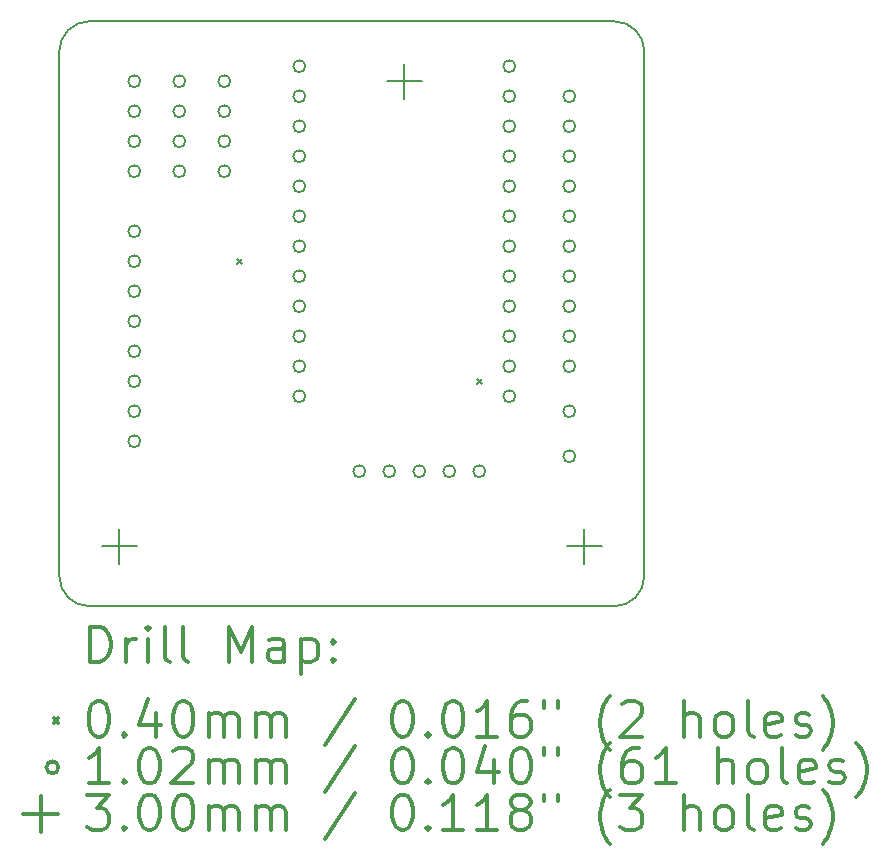
<source format=gbr>
%FSLAX45Y45*%
G04 Gerber Fmt 4.5, Leading zero omitted, Abs format (unit mm)*
G04 Created by KiCad (PCBNEW 4.0.2-stable) date 12.07.2016 21:11:05*
%MOMM*%
G01*
G04 APERTURE LIST*
%ADD10C,0.127000*%
%ADD11C,0.150000*%
%ADD12C,0.200000*%
%ADD13C,0.300000*%
G04 APERTURE END LIST*
D10*
D11*
X16002000Y-11176000D02*
G75*
G03X16256000Y-10922000I0J254000D01*
G01*
X11303000Y-10922000D02*
G75*
G03X11557000Y-11176000I254000J0D01*
G01*
X11557000Y-6223000D02*
G75*
G03X11303000Y-6477000I0J-254000D01*
G01*
X16256000Y-6477000D02*
G75*
G03X16002000Y-6223000I-254000J0D01*
G01*
X16256000Y-10922000D02*
X16256000Y-6477000D01*
X11557000Y-11176000D02*
X16002000Y-11176000D01*
X11303000Y-6477000D02*
X11303000Y-10922000D01*
X11557000Y-6223000D02*
X16002000Y-6223000D01*
D12*
X12807000Y-8235000D02*
X12847000Y-8275000D01*
X12847000Y-8235000D02*
X12807000Y-8275000D01*
X14839000Y-9251000D02*
X14879000Y-9291000D01*
X14879000Y-9251000D02*
X14839000Y-9291000D01*
X11988800Y-6731000D02*
G75*
G03X11988800Y-6731000I-50800J0D01*
G01*
X11988800Y-6985000D02*
G75*
G03X11988800Y-6985000I-50800J0D01*
G01*
X11988800Y-7239000D02*
G75*
G03X11988800Y-7239000I-50800J0D01*
G01*
X11988800Y-7493000D02*
G75*
G03X11988800Y-7493000I-50800J0D01*
G01*
X11988800Y-8001000D02*
G75*
G03X11988800Y-8001000I-50800J0D01*
G01*
X11988800Y-8255000D02*
G75*
G03X11988800Y-8255000I-50800J0D01*
G01*
X11988800Y-8509000D02*
G75*
G03X11988800Y-8509000I-50800J0D01*
G01*
X11988800Y-8763000D02*
G75*
G03X11988800Y-8763000I-50800J0D01*
G01*
X11988800Y-9017000D02*
G75*
G03X11988800Y-9017000I-50800J0D01*
G01*
X11988800Y-9271000D02*
G75*
G03X11988800Y-9271000I-50800J0D01*
G01*
X11988800Y-9525000D02*
G75*
G03X11988800Y-9525000I-50800J0D01*
G01*
X11988800Y-9779000D02*
G75*
G03X11988800Y-9779000I-50800J0D01*
G01*
X12369800Y-6731000D02*
G75*
G03X12369800Y-6731000I-50800J0D01*
G01*
X12369800Y-6985000D02*
G75*
G03X12369800Y-6985000I-50800J0D01*
G01*
X12369800Y-7239000D02*
G75*
G03X12369800Y-7239000I-50800J0D01*
G01*
X12369800Y-7493000D02*
G75*
G03X12369800Y-7493000I-50800J0D01*
G01*
X12750800Y-6731000D02*
G75*
G03X12750800Y-6731000I-50800J0D01*
G01*
X12750800Y-6985000D02*
G75*
G03X12750800Y-6985000I-50800J0D01*
G01*
X12750800Y-7239000D02*
G75*
G03X12750800Y-7239000I-50800J0D01*
G01*
X12750800Y-7493000D02*
G75*
G03X12750800Y-7493000I-50800J0D01*
G01*
X13385800Y-6604000D02*
G75*
G03X13385800Y-6604000I-50800J0D01*
G01*
X13385800Y-6858000D02*
G75*
G03X13385800Y-6858000I-50800J0D01*
G01*
X13385800Y-7112000D02*
G75*
G03X13385800Y-7112000I-50800J0D01*
G01*
X13385800Y-7366000D02*
G75*
G03X13385800Y-7366000I-50800J0D01*
G01*
X13385800Y-7620000D02*
G75*
G03X13385800Y-7620000I-50800J0D01*
G01*
X13385800Y-7874000D02*
G75*
G03X13385800Y-7874000I-50800J0D01*
G01*
X13385800Y-8128000D02*
G75*
G03X13385800Y-8128000I-50800J0D01*
G01*
X13385800Y-8382000D02*
G75*
G03X13385800Y-8382000I-50800J0D01*
G01*
X13385800Y-8636000D02*
G75*
G03X13385800Y-8636000I-50800J0D01*
G01*
X13385800Y-8890000D02*
G75*
G03X13385800Y-8890000I-50800J0D01*
G01*
X13385800Y-9144000D02*
G75*
G03X13385800Y-9144000I-50800J0D01*
G01*
X13385800Y-9398000D02*
G75*
G03X13385800Y-9398000I-50800J0D01*
G01*
X13893800Y-10033000D02*
G75*
G03X13893800Y-10033000I-50800J0D01*
G01*
X14147800Y-10033000D02*
G75*
G03X14147800Y-10033000I-50800J0D01*
G01*
X14401800Y-10033000D02*
G75*
G03X14401800Y-10033000I-50800J0D01*
G01*
X14655800Y-10033000D02*
G75*
G03X14655800Y-10033000I-50800J0D01*
G01*
X14909800Y-10033000D02*
G75*
G03X14909800Y-10033000I-50800J0D01*
G01*
X15163800Y-6604000D02*
G75*
G03X15163800Y-6604000I-50800J0D01*
G01*
X15163800Y-6858000D02*
G75*
G03X15163800Y-6858000I-50800J0D01*
G01*
X15163800Y-7112000D02*
G75*
G03X15163800Y-7112000I-50800J0D01*
G01*
X15163800Y-7366000D02*
G75*
G03X15163800Y-7366000I-50800J0D01*
G01*
X15163800Y-7620000D02*
G75*
G03X15163800Y-7620000I-50800J0D01*
G01*
X15163800Y-7874000D02*
G75*
G03X15163800Y-7874000I-50800J0D01*
G01*
X15163800Y-8128000D02*
G75*
G03X15163800Y-8128000I-50800J0D01*
G01*
X15163800Y-8382000D02*
G75*
G03X15163800Y-8382000I-50800J0D01*
G01*
X15163800Y-8636000D02*
G75*
G03X15163800Y-8636000I-50800J0D01*
G01*
X15163800Y-8890000D02*
G75*
G03X15163800Y-8890000I-50800J0D01*
G01*
X15163800Y-9144000D02*
G75*
G03X15163800Y-9144000I-50800J0D01*
G01*
X15163800Y-9398000D02*
G75*
G03X15163800Y-9398000I-50800J0D01*
G01*
X15671800Y-6858000D02*
G75*
G03X15671800Y-6858000I-50800J0D01*
G01*
X15671800Y-7112000D02*
G75*
G03X15671800Y-7112000I-50800J0D01*
G01*
X15671800Y-7366000D02*
G75*
G03X15671800Y-7366000I-50800J0D01*
G01*
X15671800Y-7620000D02*
G75*
G03X15671800Y-7620000I-50800J0D01*
G01*
X15671800Y-7874000D02*
G75*
G03X15671800Y-7874000I-50800J0D01*
G01*
X15671800Y-8128000D02*
G75*
G03X15671800Y-8128000I-50800J0D01*
G01*
X15671800Y-8382000D02*
G75*
G03X15671800Y-8382000I-50800J0D01*
G01*
X15671800Y-8636000D02*
G75*
G03X15671800Y-8636000I-50800J0D01*
G01*
X15671800Y-8890000D02*
G75*
G03X15671800Y-8890000I-50800J0D01*
G01*
X15671800Y-9144000D02*
G75*
G03X15671800Y-9144000I-50800J0D01*
G01*
X15671800Y-9525000D02*
G75*
G03X15671800Y-9525000I-50800J0D01*
G01*
X15671800Y-9906000D02*
G75*
G03X15671800Y-9906000I-50800J0D01*
G01*
X11811000Y-10518000D02*
X11811000Y-10818000D01*
X11661000Y-10668000D02*
X11961000Y-10668000D01*
X14224000Y-6581000D02*
X14224000Y-6881000D01*
X14074000Y-6731000D02*
X14374000Y-6731000D01*
X15748000Y-10518000D02*
X15748000Y-10818000D01*
X15598000Y-10668000D02*
X15898000Y-10668000D01*
D13*
X11566928Y-11649214D02*
X11566928Y-11349214D01*
X11638357Y-11349214D01*
X11681214Y-11363500D01*
X11709786Y-11392071D01*
X11724071Y-11420643D01*
X11738357Y-11477786D01*
X11738357Y-11520643D01*
X11724071Y-11577786D01*
X11709786Y-11606357D01*
X11681214Y-11634929D01*
X11638357Y-11649214D01*
X11566928Y-11649214D01*
X11866928Y-11649214D02*
X11866928Y-11449214D01*
X11866928Y-11506357D02*
X11881214Y-11477786D01*
X11895500Y-11463500D01*
X11924071Y-11449214D01*
X11952643Y-11449214D01*
X12052643Y-11649214D02*
X12052643Y-11449214D01*
X12052643Y-11349214D02*
X12038357Y-11363500D01*
X12052643Y-11377786D01*
X12066928Y-11363500D01*
X12052643Y-11349214D01*
X12052643Y-11377786D01*
X12238357Y-11649214D02*
X12209786Y-11634929D01*
X12195500Y-11606357D01*
X12195500Y-11349214D01*
X12395500Y-11649214D02*
X12366928Y-11634929D01*
X12352643Y-11606357D01*
X12352643Y-11349214D01*
X12738357Y-11649214D02*
X12738357Y-11349214D01*
X12838357Y-11563500D01*
X12938357Y-11349214D01*
X12938357Y-11649214D01*
X13209786Y-11649214D02*
X13209786Y-11492071D01*
X13195500Y-11463500D01*
X13166928Y-11449214D01*
X13109786Y-11449214D01*
X13081214Y-11463500D01*
X13209786Y-11634929D02*
X13181214Y-11649214D01*
X13109786Y-11649214D01*
X13081214Y-11634929D01*
X13066928Y-11606357D01*
X13066928Y-11577786D01*
X13081214Y-11549214D01*
X13109786Y-11534929D01*
X13181214Y-11534929D01*
X13209786Y-11520643D01*
X13352643Y-11449214D02*
X13352643Y-11749214D01*
X13352643Y-11463500D02*
X13381214Y-11449214D01*
X13438357Y-11449214D01*
X13466928Y-11463500D01*
X13481214Y-11477786D01*
X13495500Y-11506357D01*
X13495500Y-11592071D01*
X13481214Y-11620643D01*
X13466928Y-11634929D01*
X13438357Y-11649214D01*
X13381214Y-11649214D01*
X13352643Y-11634929D01*
X13624071Y-11620643D02*
X13638357Y-11634929D01*
X13624071Y-11649214D01*
X13609786Y-11634929D01*
X13624071Y-11620643D01*
X13624071Y-11649214D01*
X13624071Y-11463500D02*
X13638357Y-11477786D01*
X13624071Y-11492071D01*
X13609786Y-11477786D01*
X13624071Y-11463500D01*
X13624071Y-11492071D01*
X11255500Y-12123500D02*
X11295500Y-12163500D01*
X11295500Y-12123500D02*
X11255500Y-12163500D01*
X11624071Y-11979214D02*
X11652643Y-11979214D01*
X11681214Y-11993500D01*
X11695500Y-12007786D01*
X11709786Y-12036357D01*
X11724071Y-12093500D01*
X11724071Y-12164929D01*
X11709786Y-12222071D01*
X11695500Y-12250643D01*
X11681214Y-12264929D01*
X11652643Y-12279214D01*
X11624071Y-12279214D01*
X11595500Y-12264929D01*
X11581214Y-12250643D01*
X11566928Y-12222071D01*
X11552643Y-12164929D01*
X11552643Y-12093500D01*
X11566928Y-12036357D01*
X11581214Y-12007786D01*
X11595500Y-11993500D01*
X11624071Y-11979214D01*
X11852643Y-12250643D02*
X11866928Y-12264929D01*
X11852643Y-12279214D01*
X11838357Y-12264929D01*
X11852643Y-12250643D01*
X11852643Y-12279214D01*
X12124071Y-12079214D02*
X12124071Y-12279214D01*
X12052643Y-11964929D02*
X11981214Y-12179214D01*
X12166928Y-12179214D01*
X12338357Y-11979214D02*
X12366928Y-11979214D01*
X12395500Y-11993500D01*
X12409786Y-12007786D01*
X12424071Y-12036357D01*
X12438357Y-12093500D01*
X12438357Y-12164929D01*
X12424071Y-12222071D01*
X12409786Y-12250643D01*
X12395500Y-12264929D01*
X12366928Y-12279214D01*
X12338357Y-12279214D01*
X12309786Y-12264929D01*
X12295500Y-12250643D01*
X12281214Y-12222071D01*
X12266928Y-12164929D01*
X12266928Y-12093500D01*
X12281214Y-12036357D01*
X12295500Y-12007786D01*
X12309786Y-11993500D01*
X12338357Y-11979214D01*
X12566928Y-12279214D02*
X12566928Y-12079214D01*
X12566928Y-12107786D02*
X12581214Y-12093500D01*
X12609786Y-12079214D01*
X12652643Y-12079214D01*
X12681214Y-12093500D01*
X12695500Y-12122071D01*
X12695500Y-12279214D01*
X12695500Y-12122071D02*
X12709786Y-12093500D01*
X12738357Y-12079214D01*
X12781214Y-12079214D01*
X12809786Y-12093500D01*
X12824071Y-12122071D01*
X12824071Y-12279214D01*
X12966928Y-12279214D02*
X12966928Y-12079214D01*
X12966928Y-12107786D02*
X12981214Y-12093500D01*
X13009786Y-12079214D01*
X13052643Y-12079214D01*
X13081214Y-12093500D01*
X13095500Y-12122071D01*
X13095500Y-12279214D01*
X13095500Y-12122071D02*
X13109786Y-12093500D01*
X13138357Y-12079214D01*
X13181214Y-12079214D01*
X13209786Y-12093500D01*
X13224071Y-12122071D01*
X13224071Y-12279214D01*
X13809786Y-11964929D02*
X13552643Y-12350643D01*
X14195500Y-11979214D02*
X14224071Y-11979214D01*
X14252643Y-11993500D01*
X14266928Y-12007786D01*
X14281214Y-12036357D01*
X14295500Y-12093500D01*
X14295500Y-12164929D01*
X14281214Y-12222071D01*
X14266928Y-12250643D01*
X14252643Y-12264929D01*
X14224071Y-12279214D01*
X14195500Y-12279214D01*
X14166928Y-12264929D01*
X14152643Y-12250643D01*
X14138357Y-12222071D01*
X14124071Y-12164929D01*
X14124071Y-12093500D01*
X14138357Y-12036357D01*
X14152643Y-12007786D01*
X14166928Y-11993500D01*
X14195500Y-11979214D01*
X14424071Y-12250643D02*
X14438357Y-12264929D01*
X14424071Y-12279214D01*
X14409786Y-12264929D01*
X14424071Y-12250643D01*
X14424071Y-12279214D01*
X14624071Y-11979214D02*
X14652643Y-11979214D01*
X14681214Y-11993500D01*
X14695500Y-12007786D01*
X14709785Y-12036357D01*
X14724071Y-12093500D01*
X14724071Y-12164929D01*
X14709785Y-12222071D01*
X14695500Y-12250643D01*
X14681214Y-12264929D01*
X14652643Y-12279214D01*
X14624071Y-12279214D01*
X14595500Y-12264929D01*
X14581214Y-12250643D01*
X14566928Y-12222071D01*
X14552643Y-12164929D01*
X14552643Y-12093500D01*
X14566928Y-12036357D01*
X14581214Y-12007786D01*
X14595500Y-11993500D01*
X14624071Y-11979214D01*
X15009785Y-12279214D02*
X14838357Y-12279214D01*
X14924071Y-12279214D02*
X14924071Y-11979214D01*
X14895500Y-12022071D01*
X14866928Y-12050643D01*
X14838357Y-12064929D01*
X15266928Y-11979214D02*
X15209785Y-11979214D01*
X15181214Y-11993500D01*
X15166928Y-12007786D01*
X15138357Y-12050643D01*
X15124071Y-12107786D01*
X15124071Y-12222071D01*
X15138357Y-12250643D01*
X15152643Y-12264929D01*
X15181214Y-12279214D01*
X15238357Y-12279214D01*
X15266928Y-12264929D01*
X15281214Y-12250643D01*
X15295500Y-12222071D01*
X15295500Y-12150643D01*
X15281214Y-12122071D01*
X15266928Y-12107786D01*
X15238357Y-12093500D01*
X15181214Y-12093500D01*
X15152643Y-12107786D01*
X15138357Y-12122071D01*
X15124071Y-12150643D01*
X15409786Y-11979214D02*
X15409786Y-12036357D01*
X15524071Y-11979214D02*
X15524071Y-12036357D01*
X15966928Y-12393500D02*
X15952643Y-12379214D01*
X15924071Y-12336357D01*
X15909785Y-12307786D01*
X15895500Y-12264929D01*
X15881214Y-12193500D01*
X15881214Y-12136357D01*
X15895500Y-12064929D01*
X15909785Y-12022071D01*
X15924071Y-11993500D01*
X15952643Y-11950643D01*
X15966928Y-11936357D01*
X16066928Y-12007786D02*
X16081214Y-11993500D01*
X16109785Y-11979214D01*
X16181214Y-11979214D01*
X16209785Y-11993500D01*
X16224071Y-12007786D01*
X16238357Y-12036357D01*
X16238357Y-12064929D01*
X16224071Y-12107786D01*
X16052643Y-12279214D01*
X16238357Y-12279214D01*
X16595500Y-12279214D02*
X16595500Y-11979214D01*
X16724071Y-12279214D02*
X16724071Y-12122071D01*
X16709785Y-12093500D01*
X16681214Y-12079214D01*
X16638357Y-12079214D01*
X16609785Y-12093500D01*
X16595500Y-12107786D01*
X16909786Y-12279214D02*
X16881214Y-12264929D01*
X16866928Y-12250643D01*
X16852643Y-12222071D01*
X16852643Y-12136357D01*
X16866928Y-12107786D01*
X16881214Y-12093500D01*
X16909786Y-12079214D01*
X16952643Y-12079214D01*
X16981214Y-12093500D01*
X16995500Y-12107786D01*
X17009786Y-12136357D01*
X17009786Y-12222071D01*
X16995500Y-12250643D01*
X16981214Y-12264929D01*
X16952643Y-12279214D01*
X16909786Y-12279214D01*
X17181214Y-12279214D02*
X17152643Y-12264929D01*
X17138357Y-12236357D01*
X17138357Y-11979214D01*
X17409786Y-12264929D02*
X17381214Y-12279214D01*
X17324071Y-12279214D01*
X17295500Y-12264929D01*
X17281214Y-12236357D01*
X17281214Y-12122071D01*
X17295500Y-12093500D01*
X17324071Y-12079214D01*
X17381214Y-12079214D01*
X17409786Y-12093500D01*
X17424071Y-12122071D01*
X17424071Y-12150643D01*
X17281214Y-12179214D01*
X17538357Y-12264929D02*
X17566929Y-12279214D01*
X17624071Y-12279214D01*
X17652643Y-12264929D01*
X17666929Y-12236357D01*
X17666929Y-12222071D01*
X17652643Y-12193500D01*
X17624071Y-12179214D01*
X17581214Y-12179214D01*
X17552643Y-12164929D01*
X17538357Y-12136357D01*
X17538357Y-12122071D01*
X17552643Y-12093500D01*
X17581214Y-12079214D01*
X17624071Y-12079214D01*
X17652643Y-12093500D01*
X17766928Y-12393500D02*
X17781214Y-12379214D01*
X17809786Y-12336357D01*
X17824071Y-12307786D01*
X17838357Y-12264929D01*
X17852643Y-12193500D01*
X17852643Y-12136357D01*
X17838357Y-12064929D01*
X17824071Y-12022071D01*
X17809786Y-11993500D01*
X17781214Y-11950643D01*
X17766928Y-11936357D01*
X11295500Y-12539500D02*
G75*
G03X11295500Y-12539500I-50800J0D01*
G01*
X11724071Y-12675214D02*
X11552643Y-12675214D01*
X11638357Y-12675214D02*
X11638357Y-12375214D01*
X11609786Y-12418071D01*
X11581214Y-12446643D01*
X11552643Y-12460929D01*
X11852643Y-12646643D02*
X11866928Y-12660929D01*
X11852643Y-12675214D01*
X11838357Y-12660929D01*
X11852643Y-12646643D01*
X11852643Y-12675214D01*
X12052643Y-12375214D02*
X12081214Y-12375214D01*
X12109786Y-12389500D01*
X12124071Y-12403786D01*
X12138357Y-12432357D01*
X12152643Y-12489500D01*
X12152643Y-12560929D01*
X12138357Y-12618071D01*
X12124071Y-12646643D01*
X12109786Y-12660929D01*
X12081214Y-12675214D01*
X12052643Y-12675214D01*
X12024071Y-12660929D01*
X12009786Y-12646643D01*
X11995500Y-12618071D01*
X11981214Y-12560929D01*
X11981214Y-12489500D01*
X11995500Y-12432357D01*
X12009786Y-12403786D01*
X12024071Y-12389500D01*
X12052643Y-12375214D01*
X12266928Y-12403786D02*
X12281214Y-12389500D01*
X12309786Y-12375214D01*
X12381214Y-12375214D01*
X12409786Y-12389500D01*
X12424071Y-12403786D01*
X12438357Y-12432357D01*
X12438357Y-12460929D01*
X12424071Y-12503786D01*
X12252643Y-12675214D01*
X12438357Y-12675214D01*
X12566928Y-12675214D02*
X12566928Y-12475214D01*
X12566928Y-12503786D02*
X12581214Y-12489500D01*
X12609786Y-12475214D01*
X12652643Y-12475214D01*
X12681214Y-12489500D01*
X12695500Y-12518071D01*
X12695500Y-12675214D01*
X12695500Y-12518071D02*
X12709786Y-12489500D01*
X12738357Y-12475214D01*
X12781214Y-12475214D01*
X12809786Y-12489500D01*
X12824071Y-12518071D01*
X12824071Y-12675214D01*
X12966928Y-12675214D02*
X12966928Y-12475214D01*
X12966928Y-12503786D02*
X12981214Y-12489500D01*
X13009786Y-12475214D01*
X13052643Y-12475214D01*
X13081214Y-12489500D01*
X13095500Y-12518071D01*
X13095500Y-12675214D01*
X13095500Y-12518071D02*
X13109786Y-12489500D01*
X13138357Y-12475214D01*
X13181214Y-12475214D01*
X13209786Y-12489500D01*
X13224071Y-12518071D01*
X13224071Y-12675214D01*
X13809786Y-12360929D02*
X13552643Y-12746643D01*
X14195500Y-12375214D02*
X14224071Y-12375214D01*
X14252643Y-12389500D01*
X14266928Y-12403786D01*
X14281214Y-12432357D01*
X14295500Y-12489500D01*
X14295500Y-12560929D01*
X14281214Y-12618071D01*
X14266928Y-12646643D01*
X14252643Y-12660929D01*
X14224071Y-12675214D01*
X14195500Y-12675214D01*
X14166928Y-12660929D01*
X14152643Y-12646643D01*
X14138357Y-12618071D01*
X14124071Y-12560929D01*
X14124071Y-12489500D01*
X14138357Y-12432357D01*
X14152643Y-12403786D01*
X14166928Y-12389500D01*
X14195500Y-12375214D01*
X14424071Y-12646643D02*
X14438357Y-12660929D01*
X14424071Y-12675214D01*
X14409786Y-12660929D01*
X14424071Y-12646643D01*
X14424071Y-12675214D01*
X14624071Y-12375214D02*
X14652643Y-12375214D01*
X14681214Y-12389500D01*
X14695500Y-12403786D01*
X14709785Y-12432357D01*
X14724071Y-12489500D01*
X14724071Y-12560929D01*
X14709785Y-12618071D01*
X14695500Y-12646643D01*
X14681214Y-12660929D01*
X14652643Y-12675214D01*
X14624071Y-12675214D01*
X14595500Y-12660929D01*
X14581214Y-12646643D01*
X14566928Y-12618071D01*
X14552643Y-12560929D01*
X14552643Y-12489500D01*
X14566928Y-12432357D01*
X14581214Y-12403786D01*
X14595500Y-12389500D01*
X14624071Y-12375214D01*
X14981214Y-12475214D02*
X14981214Y-12675214D01*
X14909785Y-12360929D02*
X14838357Y-12575214D01*
X15024071Y-12575214D01*
X15195500Y-12375214D02*
X15224071Y-12375214D01*
X15252643Y-12389500D01*
X15266928Y-12403786D01*
X15281214Y-12432357D01*
X15295500Y-12489500D01*
X15295500Y-12560929D01*
X15281214Y-12618071D01*
X15266928Y-12646643D01*
X15252643Y-12660929D01*
X15224071Y-12675214D01*
X15195500Y-12675214D01*
X15166928Y-12660929D01*
X15152643Y-12646643D01*
X15138357Y-12618071D01*
X15124071Y-12560929D01*
X15124071Y-12489500D01*
X15138357Y-12432357D01*
X15152643Y-12403786D01*
X15166928Y-12389500D01*
X15195500Y-12375214D01*
X15409786Y-12375214D02*
X15409786Y-12432357D01*
X15524071Y-12375214D02*
X15524071Y-12432357D01*
X15966928Y-12789500D02*
X15952643Y-12775214D01*
X15924071Y-12732357D01*
X15909785Y-12703786D01*
X15895500Y-12660929D01*
X15881214Y-12589500D01*
X15881214Y-12532357D01*
X15895500Y-12460929D01*
X15909785Y-12418071D01*
X15924071Y-12389500D01*
X15952643Y-12346643D01*
X15966928Y-12332357D01*
X16209785Y-12375214D02*
X16152643Y-12375214D01*
X16124071Y-12389500D01*
X16109785Y-12403786D01*
X16081214Y-12446643D01*
X16066928Y-12503786D01*
X16066928Y-12618071D01*
X16081214Y-12646643D01*
X16095500Y-12660929D01*
X16124071Y-12675214D01*
X16181214Y-12675214D01*
X16209785Y-12660929D01*
X16224071Y-12646643D01*
X16238357Y-12618071D01*
X16238357Y-12546643D01*
X16224071Y-12518071D01*
X16209785Y-12503786D01*
X16181214Y-12489500D01*
X16124071Y-12489500D01*
X16095500Y-12503786D01*
X16081214Y-12518071D01*
X16066928Y-12546643D01*
X16524071Y-12675214D02*
X16352643Y-12675214D01*
X16438357Y-12675214D02*
X16438357Y-12375214D01*
X16409785Y-12418071D01*
X16381214Y-12446643D01*
X16352643Y-12460929D01*
X16881214Y-12675214D02*
X16881214Y-12375214D01*
X17009786Y-12675214D02*
X17009786Y-12518071D01*
X16995500Y-12489500D01*
X16966928Y-12475214D01*
X16924071Y-12475214D01*
X16895500Y-12489500D01*
X16881214Y-12503786D01*
X17195500Y-12675214D02*
X17166928Y-12660929D01*
X17152643Y-12646643D01*
X17138357Y-12618071D01*
X17138357Y-12532357D01*
X17152643Y-12503786D01*
X17166928Y-12489500D01*
X17195500Y-12475214D01*
X17238357Y-12475214D01*
X17266928Y-12489500D01*
X17281214Y-12503786D01*
X17295500Y-12532357D01*
X17295500Y-12618071D01*
X17281214Y-12646643D01*
X17266928Y-12660929D01*
X17238357Y-12675214D01*
X17195500Y-12675214D01*
X17466928Y-12675214D02*
X17438357Y-12660929D01*
X17424071Y-12632357D01*
X17424071Y-12375214D01*
X17695500Y-12660929D02*
X17666929Y-12675214D01*
X17609786Y-12675214D01*
X17581214Y-12660929D01*
X17566929Y-12632357D01*
X17566929Y-12518071D01*
X17581214Y-12489500D01*
X17609786Y-12475214D01*
X17666929Y-12475214D01*
X17695500Y-12489500D01*
X17709786Y-12518071D01*
X17709786Y-12546643D01*
X17566929Y-12575214D01*
X17824071Y-12660929D02*
X17852643Y-12675214D01*
X17909786Y-12675214D01*
X17938357Y-12660929D01*
X17952643Y-12632357D01*
X17952643Y-12618071D01*
X17938357Y-12589500D01*
X17909786Y-12575214D01*
X17866929Y-12575214D01*
X17838357Y-12560929D01*
X17824071Y-12532357D01*
X17824071Y-12518071D01*
X17838357Y-12489500D01*
X17866929Y-12475214D01*
X17909786Y-12475214D01*
X17938357Y-12489500D01*
X18052643Y-12789500D02*
X18066929Y-12775214D01*
X18095500Y-12732357D01*
X18109786Y-12703786D01*
X18124071Y-12660929D01*
X18138357Y-12589500D01*
X18138357Y-12532357D01*
X18124071Y-12460929D01*
X18109786Y-12418071D01*
X18095500Y-12389500D01*
X18066929Y-12346643D01*
X18052643Y-12332357D01*
X11145500Y-12785500D02*
X11145500Y-13085500D01*
X10995500Y-12935500D02*
X11295500Y-12935500D01*
X11538357Y-12771214D02*
X11724071Y-12771214D01*
X11624071Y-12885500D01*
X11666928Y-12885500D01*
X11695500Y-12899786D01*
X11709786Y-12914071D01*
X11724071Y-12942643D01*
X11724071Y-13014071D01*
X11709786Y-13042643D01*
X11695500Y-13056929D01*
X11666928Y-13071214D01*
X11581214Y-13071214D01*
X11552643Y-13056929D01*
X11538357Y-13042643D01*
X11852643Y-13042643D02*
X11866928Y-13056929D01*
X11852643Y-13071214D01*
X11838357Y-13056929D01*
X11852643Y-13042643D01*
X11852643Y-13071214D01*
X12052643Y-12771214D02*
X12081214Y-12771214D01*
X12109786Y-12785500D01*
X12124071Y-12799786D01*
X12138357Y-12828357D01*
X12152643Y-12885500D01*
X12152643Y-12956929D01*
X12138357Y-13014071D01*
X12124071Y-13042643D01*
X12109786Y-13056929D01*
X12081214Y-13071214D01*
X12052643Y-13071214D01*
X12024071Y-13056929D01*
X12009786Y-13042643D01*
X11995500Y-13014071D01*
X11981214Y-12956929D01*
X11981214Y-12885500D01*
X11995500Y-12828357D01*
X12009786Y-12799786D01*
X12024071Y-12785500D01*
X12052643Y-12771214D01*
X12338357Y-12771214D02*
X12366928Y-12771214D01*
X12395500Y-12785500D01*
X12409786Y-12799786D01*
X12424071Y-12828357D01*
X12438357Y-12885500D01*
X12438357Y-12956929D01*
X12424071Y-13014071D01*
X12409786Y-13042643D01*
X12395500Y-13056929D01*
X12366928Y-13071214D01*
X12338357Y-13071214D01*
X12309786Y-13056929D01*
X12295500Y-13042643D01*
X12281214Y-13014071D01*
X12266928Y-12956929D01*
X12266928Y-12885500D01*
X12281214Y-12828357D01*
X12295500Y-12799786D01*
X12309786Y-12785500D01*
X12338357Y-12771214D01*
X12566928Y-13071214D02*
X12566928Y-12871214D01*
X12566928Y-12899786D02*
X12581214Y-12885500D01*
X12609786Y-12871214D01*
X12652643Y-12871214D01*
X12681214Y-12885500D01*
X12695500Y-12914071D01*
X12695500Y-13071214D01*
X12695500Y-12914071D02*
X12709786Y-12885500D01*
X12738357Y-12871214D01*
X12781214Y-12871214D01*
X12809786Y-12885500D01*
X12824071Y-12914071D01*
X12824071Y-13071214D01*
X12966928Y-13071214D02*
X12966928Y-12871214D01*
X12966928Y-12899786D02*
X12981214Y-12885500D01*
X13009786Y-12871214D01*
X13052643Y-12871214D01*
X13081214Y-12885500D01*
X13095500Y-12914071D01*
X13095500Y-13071214D01*
X13095500Y-12914071D02*
X13109786Y-12885500D01*
X13138357Y-12871214D01*
X13181214Y-12871214D01*
X13209786Y-12885500D01*
X13224071Y-12914071D01*
X13224071Y-13071214D01*
X13809786Y-12756929D02*
X13552643Y-13142643D01*
X14195500Y-12771214D02*
X14224071Y-12771214D01*
X14252643Y-12785500D01*
X14266928Y-12799786D01*
X14281214Y-12828357D01*
X14295500Y-12885500D01*
X14295500Y-12956929D01*
X14281214Y-13014071D01*
X14266928Y-13042643D01*
X14252643Y-13056929D01*
X14224071Y-13071214D01*
X14195500Y-13071214D01*
X14166928Y-13056929D01*
X14152643Y-13042643D01*
X14138357Y-13014071D01*
X14124071Y-12956929D01*
X14124071Y-12885500D01*
X14138357Y-12828357D01*
X14152643Y-12799786D01*
X14166928Y-12785500D01*
X14195500Y-12771214D01*
X14424071Y-13042643D02*
X14438357Y-13056929D01*
X14424071Y-13071214D01*
X14409786Y-13056929D01*
X14424071Y-13042643D01*
X14424071Y-13071214D01*
X14724071Y-13071214D02*
X14552643Y-13071214D01*
X14638357Y-13071214D02*
X14638357Y-12771214D01*
X14609785Y-12814071D01*
X14581214Y-12842643D01*
X14552643Y-12856929D01*
X15009785Y-13071214D02*
X14838357Y-13071214D01*
X14924071Y-13071214D02*
X14924071Y-12771214D01*
X14895500Y-12814071D01*
X14866928Y-12842643D01*
X14838357Y-12856929D01*
X15181214Y-12899786D02*
X15152643Y-12885500D01*
X15138357Y-12871214D01*
X15124071Y-12842643D01*
X15124071Y-12828357D01*
X15138357Y-12799786D01*
X15152643Y-12785500D01*
X15181214Y-12771214D01*
X15238357Y-12771214D01*
X15266928Y-12785500D01*
X15281214Y-12799786D01*
X15295500Y-12828357D01*
X15295500Y-12842643D01*
X15281214Y-12871214D01*
X15266928Y-12885500D01*
X15238357Y-12899786D01*
X15181214Y-12899786D01*
X15152643Y-12914071D01*
X15138357Y-12928357D01*
X15124071Y-12956929D01*
X15124071Y-13014071D01*
X15138357Y-13042643D01*
X15152643Y-13056929D01*
X15181214Y-13071214D01*
X15238357Y-13071214D01*
X15266928Y-13056929D01*
X15281214Y-13042643D01*
X15295500Y-13014071D01*
X15295500Y-12956929D01*
X15281214Y-12928357D01*
X15266928Y-12914071D01*
X15238357Y-12899786D01*
X15409786Y-12771214D02*
X15409786Y-12828357D01*
X15524071Y-12771214D02*
X15524071Y-12828357D01*
X15966928Y-13185500D02*
X15952643Y-13171214D01*
X15924071Y-13128357D01*
X15909785Y-13099786D01*
X15895500Y-13056929D01*
X15881214Y-12985500D01*
X15881214Y-12928357D01*
X15895500Y-12856929D01*
X15909785Y-12814071D01*
X15924071Y-12785500D01*
X15952643Y-12742643D01*
X15966928Y-12728357D01*
X16052643Y-12771214D02*
X16238357Y-12771214D01*
X16138357Y-12885500D01*
X16181214Y-12885500D01*
X16209785Y-12899786D01*
X16224071Y-12914071D01*
X16238357Y-12942643D01*
X16238357Y-13014071D01*
X16224071Y-13042643D01*
X16209785Y-13056929D01*
X16181214Y-13071214D01*
X16095500Y-13071214D01*
X16066928Y-13056929D01*
X16052643Y-13042643D01*
X16595500Y-13071214D02*
X16595500Y-12771214D01*
X16724071Y-13071214D02*
X16724071Y-12914071D01*
X16709785Y-12885500D01*
X16681214Y-12871214D01*
X16638357Y-12871214D01*
X16609785Y-12885500D01*
X16595500Y-12899786D01*
X16909786Y-13071214D02*
X16881214Y-13056929D01*
X16866928Y-13042643D01*
X16852643Y-13014071D01*
X16852643Y-12928357D01*
X16866928Y-12899786D01*
X16881214Y-12885500D01*
X16909786Y-12871214D01*
X16952643Y-12871214D01*
X16981214Y-12885500D01*
X16995500Y-12899786D01*
X17009786Y-12928357D01*
X17009786Y-13014071D01*
X16995500Y-13042643D01*
X16981214Y-13056929D01*
X16952643Y-13071214D01*
X16909786Y-13071214D01*
X17181214Y-13071214D02*
X17152643Y-13056929D01*
X17138357Y-13028357D01*
X17138357Y-12771214D01*
X17409786Y-13056929D02*
X17381214Y-13071214D01*
X17324071Y-13071214D01*
X17295500Y-13056929D01*
X17281214Y-13028357D01*
X17281214Y-12914071D01*
X17295500Y-12885500D01*
X17324071Y-12871214D01*
X17381214Y-12871214D01*
X17409786Y-12885500D01*
X17424071Y-12914071D01*
X17424071Y-12942643D01*
X17281214Y-12971214D01*
X17538357Y-13056929D02*
X17566929Y-13071214D01*
X17624071Y-13071214D01*
X17652643Y-13056929D01*
X17666929Y-13028357D01*
X17666929Y-13014071D01*
X17652643Y-12985500D01*
X17624071Y-12971214D01*
X17581214Y-12971214D01*
X17552643Y-12956929D01*
X17538357Y-12928357D01*
X17538357Y-12914071D01*
X17552643Y-12885500D01*
X17581214Y-12871214D01*
X17624071Y-12871214D01*
X17652643Y-12885500D01*
X17766928Y-13185500D02*
X17781214Y-13171214D01*
X17809786Y-13128357D01*
X17824071Y-13099786D01*
X17838357Y-13056929D01*
X17852643Y-12985500D01*
X17852643Y-12928357D01*
X17838357Y-12856929D01*
X17824071Y-12814071D01*
X17809786Y-12785500D01*
X17781214Y-12742643D01*
X17766928Y-12728357D01*
M02*

</source>
